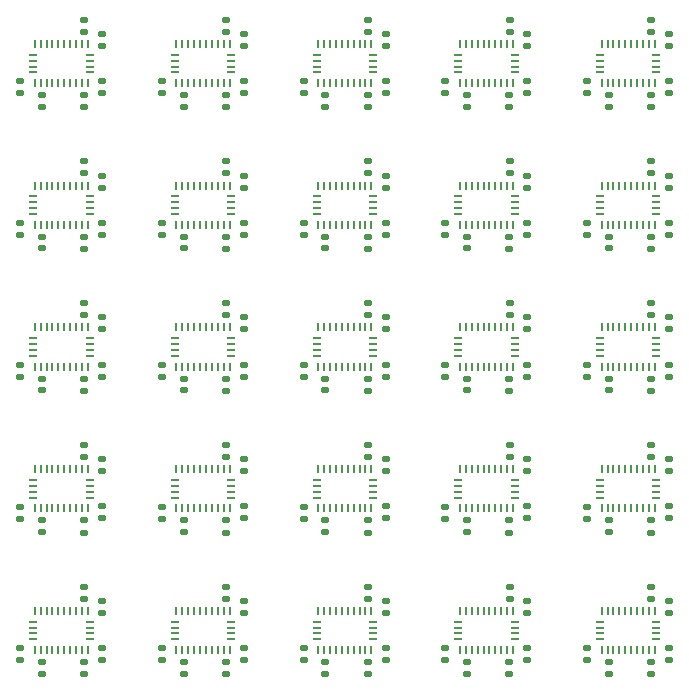
<source format=gtp>
%TF.GenerationSoftware,KiCad,Pcbnew,7.0.5-1.fc38*%
%TF.CreationDate,2023-07-07T14:16:01-04:00*%
%TF.ProjectId,bno085-i2c-board-v3-panel,626e6f30-3835-42d6-9932-632d626f6172,rev?*%
%TF.SameCoordinates,Original*%
%TF.FileFunction,Paste,Top*%
%TF.FilePolarity,Positive*%
%FSLAX46Y46*%
G04 Gerber Fmt 4.6, Leading zero omitted, Abs format (unit mm)*
G04 Created by KiCad (PCBNEW 7.0.5-1.fc38) date 2023-07-07 14:16:01*
%MOMM*%
%LPD*%
G01*
G04 APERTURE LIST*
G04 Aperture macros list*
%AMRoundRect*
0 Rectangle with rounded corners*
0 $1 Rounding radius*
0 $2 $3 $4 $5 $6 $7 $8 $9 X,Y pos of 4 corners*
0 Add a 4 corners polygon primitive as box body*
4,1,4,$2,$3,$4,$5,$6,$7,$8,$9,$2,$3,0*
0 Add four circle primitives for the rounded corners*
1,1,$1+$1,$2,$3*
1,1,$1+$1,$4,$5*
1,1,$1+$1,$6,$7*
1,1,$1+$1,$8,$9*
0 Add four rect primitives between the rounded corners*
20,1,$1+$1,$2,$3,$4,$5,0*
20,1,$1+$1,$4,$5,$6,$7,0*
20,1,$1+$1,$6,$7,$8,$9,0*
20,1,$1+$1,$8,$9,$2,$3,0*%
G04 Aperture macros list end*
%ADD10RoundRect,0.135000X0.185000X-0.135000X0.185000X0.135000X-0.185000X0.135000X-0.185000X-0.135000X0*%
%ADD11RoundRect,0.135000X-0.185000X0.135000X-0.185000X-0.135000X0.185000X-0.135000X0.185000X0.135000X0*%
%ADD12R,0.254000X0.675000*%
%ADD13R,0.675000X0.254000*%
%ADD14RoundRect,0.140000X-0.170000X0.140000X-0.170000X-0.140000X0.170000X-0.140000X0.170000X0.140000X0*%
G04 APERTURE END LIST*
D10*
%TO.C,R1*%
X150445121Y-71707561D03*
X150445121Y-70687561D03*
%TD*%
%TO.C,R1*%
X138445121Y-35707561D03*
X138445121Y-34687561D03*
%TD*%
D11*
%TO.C,R5*%
X127963430Y-53490000D03*
X127963430Y-54510000D03*
%TD*%
D12*
%TO.C,U1*%
X122250000Y-78337500D03*
D13*
X122112500Y-79250000D03*
X122112500Y-79750000D03*
X122112500Y-80250000D03*
X122112500Y-80750000D03*
D12*
X122250000Y-81662500D03*
X122750000Y-81662500D03*
X123250000Y-81662500D03*
X123750000Y-81662500D03*
X124250000Y-81662500D03*
X124750000Y-81662500D03*
X125250000Y-81662500D03*
X125750000Y-81662500D03*
X126250000Y-81662500D03*
X126750000Y-81662500D03*
D13*
X126887500Y-80750000D03*
X126887500Y-80250000D03*
X126887500Y-79750000D03*
X126887500Y-79250000D03*
D12*
X126750000Y-78337500D03*
X126250000Y-78337500D03*
X125750000Y-78337500D03*
X125250000Y-78337500D03*
X124750000Y-78337500D03*
X124250000Y-78337500D03*
X123750000Y-78337500D03*
X123250000Y-78337500D03*
X122750000Y-78337500D03*
%TD*%
D11*
%TO.C,R3*%
X169019054Y-57502703D03*
X169019054Y-58522703D03*
%TD*%
D12*
%TO.C,U1*%
X134250000Y-54337500D03*
D13*
X134112500Y-55250000D03*
X134112500Y-55750000D03*
X134112500Y-56250000D03*
X134112500Y-56750000D03*
D12*
X134250000Y-57662500D03*
X134750000Y-57662500D03*
X135250000Y-57662500D03*
X135750000Y-57662500D03*
X136250000Y-57662500D03*
X136750000Y-57662500D03*
X137250000Y-57662500D03*
X137750000Y-57662500D03*
X138250000Y-57662500D03*
X138750000Y-57662500D03*
D13*
X138887500Y-56750000D03*
X138887500Y-56250000D03*
X138887500Y-55750000D03*
X138887500Y-55250000D03*
D12*
X138750000Y-54337500D03*
X138250000Y-54337500D03*
X137750000Y-54337500D03*
X137250000Y-54337500D03*
X136750000Y-54337500D03*
X136250000Y-54337500D03*
X135750000Y-54337500D03*
X135250000Y-54337500D03*
X134750000Y-54337500D03*
%TD*%
D11*
%TO.C,R5*%
X139963430Y-41490000D03*
X139963430Y-42510000D03*
%TD*%
D10*
%TO.C,R1*%
X126445121Y-35707561D03*
X126445121Y-34687561D03*
%TD*%
%TO.C,R1*%
X174445121Y-59707561D03*
X174445121Y-58687561D03*
%TD*%
D11*
%TO.C,R3*%
X157019054Y-45502703D03*
X157019054Y-46522703D03*
%TD*%
%TO.C,R3*%
X169019054Y-45502703D03*
X169019054Y-46522703D03*
%TD*%
D12*
%TO.C,U1*%
X170250000Y-42337500D03*
D13*
X170112500Y-43250000D03*
X170112500Y-43750000D03*
X170112500Y-44250000D03*
X170112500Y-44750000D03*
D12*
X170250000Y-45662500D03*
X170750000Y-45662500D03*
X171250000Y-45662500D03*
X171750000Y-45662500D03*
X172250000Y-45662500D03*
X172750000Y-45662500D03*
X173250000Y-45662500D03*
X173750000Y-45662500D03*
X174250000Y-45662500D03*
X174750000Y-45662500D03*
D13*
X174887500Y-44750000D03*
X174887500Y-44250000D03*
X174887500Y-43750000D03*
X174887500Y-43250000D03*
D12*
X174750000Y-42337500D03*
X174250000Y-42337500D03*
X173750000Y-42337500D03*
X173250000Y-42337500D03*
X172750000Y-42337500D03*
X172250000Y-42337500D03*
X171750000Y-42337500D03*
X171250000Y-42337500D03*
X170750000Y-42337500D03*
%TD*%
D10*
%TO.C,R4*%
X162452362Y-77306026D03*
X162452362Y-76286026D03*
%TD*%
D14*
%TO.C,C1*%
X146866101Y-82686347D03*
X146866101Y-83646347D03*
%TD*%
D12*
%TO.C,U1*%
X134250000Y-42337500D03*
D13*
X134112500Y-43250000D03*
X134112500Y-43750000D03*
X134112500Y-44250000D03*
X134112500Y-44750000D03*
D12*
X134250000Y-45662500D03*
X134750000Y-45662500D03*
X135250000Y-45662500D03*
X135750000Y-45662500D03*
X136250000Y-45662500D03*
X136750000Y-45662500D03*
X137250000Y-45662500D03*
X137750000Y-45662500D03*
X138250000Y-45662500D03*
X138750000Y-45662500D03*
D13*
X138887500Y-44750000D03*
X138887500Y-44250000D03*
X138887500Y-43750000D03*
X138887500Y-43250000D03*
D12*
X138750000Y-42337500D03*
X138250000Y-42337500D03*
X137750000Y-42337500D03*
X137250000Y-42337500D03*
X136750000Y-42337500D03*
X136250000Y-42337500D03*
X135750000Y-42337500D03*
X135250000Y-42337500D03*
X134750000Y-42337500D03*
%TD*%
D10*
%TO.C,R4*%
X174452362Y-77306026D03*
X174452362Y-76286026D03*
%TD*%
D12*
%TO.C,U1*%
X158250000Y-78337500D03*
D13*
X158112500Y-79250000D03*
X158112500Y-79750000D03*
X158112500Y-80250000D03*
X158112500Y-80750000D03*
D12*
X158250000Y-81662500D03*
X158750000Y-81662500D03*
X159250000Y-81662500D03*
X159750000Y-81662500D03*
X160250000Y-81662500D03*
X160750000Y-81662500D03*
X161250000Y-81662500D03*
X161750000Y-81662500D03*
X162250000Y-81662500D03*
X162750000Y-81662500D03*
D13*
X162887500Y-80750000D03*
X162887500Y-80250000D03*
X162887500Y-79750000D03*
X162887500Y-79250000D03*
D12*
X162750000Y-78337500D03*
X162250000Y-78337500D03*
X161750000Y-78337500D03*
X161250000Y-78337500D03*
X160750000Y-78337500D03*
X160250000Y-78337500D03*
X159750000Y-78337500D03*
X159250000Y-78337500D03*
X158750000Y-78337500D03*
%TD*%
D10*
%TO.C,R4*%
X138452362Y-29306026D03*
X138452362Y-28286026D03*
%TD*%
D14*
%TO.C,C1*%
X158866101Y-46686347D03*
X158866101Y-47646347D03*
%TD*%
D10*
%TO.C,R1*%
X150445121Y-47707561D03*
X150445121Y-46687561D03*
%TD*%
D11*
%TO.C,R2*%
X163957740Y-69481381D03*
X163957740Y-70501381D03*
%TD*%
%TO.C,R2*%
X163957740Y-57481381D03*
X163957740Y-58501381D03*
%TD*%
D10*
%TO.C,R1*%
X150445121Y-35707561D03*
X150445121Y-34687561D03*
%TD*%
D14*
%TO.C,C1*%
X122866101Y-46686347D03*
X122866101Y-47646347D03*
%TD*%
D10*
%TO.C,R1*%
X150445121Y-59707561D03*
X150445121Y-58687561D03*
%TD*%
%TO.C,R1*%
X138445121Y-59707561D03*
X138445121Y-58687561D03*
%TD*%
D11*
%TO.C,R3*%
X145019054Y-45502703D03*
X145019054Y-46522703D03*
%TD*%
%TO.C,R5*%
X163963430Y-65490000D03*
X163963430Y-66510000D03*
%TD*%
D10*
%TO.C,R1*%
X162445121Y-35707561D03*
X162445121Y-34687561D03*
%TD*%
D11*
%TO.C,R2*%
X175957740Y-57481381D03*
X175957740Y-58501381D03*
%TD*%
D12*
%TO.C,U1*%
X122250000Y-54337500D03*
D13*
X122112500Y-55250000D03*
X122112500Y-55750000D03*
X122112500Y-56250000D03*
X122112500Y-56750000D03*
D12*
X122250000Y-57662500D03*
X122750000Y-57662500D03*
X123250000Y-57662500D03*
X123750000Y-57662500D03*
X124250000Y-57662500D03*
X124750000Y-57662500D03*
X125250000Y-57662500D03*
X125750000Y-57662500D03*
X126250000Y-57662500D03*
X126750000Y-57662500D03*
D13*
X126887500Y-56750000D03*
X126887500Y-56250000D03*
X126887500Y-55750000D03*
X126887500Y-55250000D03*
D12*
X126750000Y-54337500D03*
X126250000Y-54337500D03*
X125750000Y-54337500D03*
X125250000Y-54337500D03*
X124750000Y-54337500D03*
X124250000Y-54337500D03*
X123750000Y-54337500D03*
X123250000Y-54337500D03*
X122750000Y-54337500D03*
%TD*%
D10*
%TO.C,R1*%
X174445121Y-71707561D03*
X174445121Y-70687561D03*
%TD*%
D11*
%TO.C,R5*%
X175963430Y-77490000D03*
X175963430Y-78510000D03*
%TD*%
D12*
%TO.C,U1*%
X158250000Y-66337500D03*
D13*
X158112500Y-67250000D03*
X158112500Y-67750000D03*
X158112500Y-68250000D03*
X158112500Y-68750000D03*
D12*
X158250000Y-69662500D03*
X158750000Y-69662500D03*
X159250000Y-69662500D03*
X159750000Y-69662500D03*
X160250000Y-69662500D03*
X160750000Y-69662500D03*
X161250000Y-69662500D03*
X161750000Y-69662500D03*
X162250000Y-69662500D03*
X162750000Y-69662500D03*
D13*
X162887500Y-68750000D03*
X162887500Y-68250000D03*
X162887500Y-67750000D03*
X162887500Y-67250000D03*
D12*
X162750000Y-66337500D03*
X162250000Y-66337500D03*
X161750000Y-66337500D03*
X161250000Y-66337500D03*
X160750000Y-66337500D03*
X160250000Y-66337500D03*
X159750000Y-66337500D03*
X159250000Y-66337500D03*
X158750000Y-66337500D03*
%TD*%
D11*
%TO.C,R2*%
X175957740Y-33481381D03*
X175957740Y-34501381D03*
%TD*%
%TO.C,R2*%
X151957740Y-81481381D03*
X151957740Y-82501381D03*
%TD*%
D10*
%TO.C,R4*%
X150452362Y-77306026D03*
X150452362Y-76286026D03*
%TD*%
D11*
%TO.C,R3*%
X145019054Y-81502703D03*
X145019054Y-82522703D03*
%TD*%
D14*
%TO.C,C1*%
X158866101Y-58686347D03*
X158866101Y-59646347D03*
%TD*%
D12*
%TO.C,U1*%
X170250000Y-30337500D03*
D13*
X170112500Y-31250000D03*
X170112500Y-31750000D03*
X170112500Y-32250000D03*
X170112500Y-32750000D03*
D12*
X170250000Y-33662500D03*
X170750000Y-33662500D03*
X171250000Y-33662500D03*
X171750000Y-33662500D03*
X172250000Y-33662500D03*
X172750000Y-33662500D03*
X173250000Y-33662500D03*
X173750000Y-33662500D03*
X174250000Y-33662500D03*
X174750000Y-33662500D03*
D13*
X174887500Y-32750000D03*
X174887500Y-32250000D03*
X174887500Y-31750000D03*
X174887500Y-31250000D03*
D12*
X174750000Y-30337500D03*
X174250000Y-30337500D03*
X173750000Y-30337500D03*
X173250000Y-30337500D03*
X172750000Y-30337500D03*
X172250000Y-30337500D03*
X171750000Y-30337500D03*
X171250000Y-30337500D03*
X170750000Y-30337500D03*
%TD*%
D11*
%TO.C,R5*%
X127963430Y-65490000D03*
X127963430Y-66510000D03*
%TD*%
%TO.C,R5*%
X175963430Y-65490000D03*
X175963430Y-66510000D03*
%TD*%
%TO.C,R3*%
X133019054Y-57502703D03*
X133019054Y-58522703D03*
%TD*%
%TO.C,R5*%
X151963430Y-53490000D03*
X151963430Y-54510000D03*
%TD*%
%TO.C,R2*%
X127957740Y-57481381D03*
X127957740Y-58501381D03*
%TD*%
D10*
%TO.C,R4*%
X162452362Y-53306026D03*
X162452362Y-52286026D03*
%TD*%
D12*
%TO.C,U1*%
X146250000Y-66337500D03*
D13*
X146112500Y-67250000D03*
X146112500Y-67750000D03*
X146112500Y-68250000D03*
X146112500Y-68750000D03*
D12*
X146250000Y-69662500D03*
X146750000Y-69662500D03*
X147250000Y-69662500D03*
X147750000Y-69662500D03*
X148250000Y-69662500D03*
X148750000Y-69662500D03*
X149250000Y-69662500D03*
X149750000Y-69662500D03*
X150250000Y-69662500D03*
X150750000Y-69662500D03*
D13*
X150887500Y-68750000D03*
X150887500Y-68250000D03*
X150887500Y-67750000D03*
X150887500Y-67250000D03*
D12*
X150750000Y-66337500D03*
X150250000Y-66337500D03*
X149750000Y-66337500D03*
X149250000Y-66337500D03*
X148750000Y-66337500D03*
X148250000Y-66337500D03*
X147750000Y-66337500D03*
X147250000Y-66337500D03*
X146750000Y-66337500D03*
%TD*%
%TO.C,U1*%
X158250000Y-54337500D03*
D13*
X158112500Y-55250000D03*
X158112500Y-55750000D03*
X158112500Y-56250000D03*
X158112500Y-56750000D03*
D12*
X158250000Y-57662500D03*
X158750000Y-57662500D03*
X159250000Y-57662500D03*
X159750000Y-57662500D03*
X160250000Y-57662500D03*
X160750000Y-57662500D03*
X161250000Y-57662500D03*
X161750000Y-57662500D03*
X162250000Y-57662500D03*
X162750000Y-57662500D03*
D13*
X162887500Y-56750000D03*
X162887500Y-56250000D03*
X162887500Y-55750000D03*
X162887500Y-55250000D03*
D12*
X162750000Y-54337500D03*
X162250000Y-54337500D03*
X161750000Y-54337500D03*
X161250000Y-54337500D03*
X160750000Y-54337500D03*
X160250000Y-54337500D03*
X159750000Y-54337500D03*
X159250000Y-54337500D03*
X158750000Y-54337500D03*
%TD*%
D10*
%TO.C,R4*%
X162452362Y-41306026D03*
X162452362Y-40286026D03*
%TD*%
D11*
%TO.C,R2*%
X163957740Y-81481381D03*
X163957740Y-82501381D03*
%TD*%
D10*
%TO.C,R4*%
X162452362Y-65306026D03*
X162452362Y-64286026D03*
%TD*%
D11*
%TO.C,R2*%
X175957740Y-81481381D03*
X175957740Y-82501381D03*
%TD*%
D12*
%TO.C,U1*%
X158250000Y-42337500D03*
D13*
X158112500Y-43250000D03*
X158112500Y-43750000D03*
X158112500Y-44250000D03*
X158112500Y-44750000D03*
D12*
X158250000Y-45662500D03*
X158750000Y-45662500D03*
X159250000Y-45662500D03*
X159750000Y-45662500D03*
X160250000Y-45662500D03*
X160750000Y-45662500D03*
X161250000Y-45662500D03*
X161750000Y-45662500D03*
X162250000Y-45662500D03*
X162750000Y-45662500D03*
D13*
X162887500Y-44750000D03*
X162887500Y-44250000D03*
X162887500Y-43750000D03*
X162887500Y-43250000D03*
D12*
X162750000Y-42337500D03*
X162250000Y-42337500D03*
X161750000Y-42337500D03*
X161250000Y-42337500D03*
X160750000Y-42337500D03*
X160250000Y-42337500D03*
X159750000Y-42337500D03*
X159250000Y-42337500D03*
X158750000Y-42337500D03*
%TD*%
D10*
%TO.C,R1*%
X162445121Y-71707561D03*
X162445121Y-70687561D03*
%TD*%
D11*
%TO.C,R3*%
X133019054Y-69502703D03*
X133019054Y-70522703D03*
%TD*%
%TO.C,R5*%
X175963430Y-29490000D03*
X175963430Y-30510000D03*
%TD*%
D10*
%TO.C,R1*%
X174445121Y-35707561D03*
X174445121Y-34687561D03*
%TD*%
D11*
%TO.C,R5*%
X139963430Y-65490000D03*
X139963430Y-66510000D03*
%TD*%
%TO.C,R2*%
X151957740Y-69481381D03*
X151957740Y-70501381D03*
%TD*%
D12*
%TO.C,U1*%
X134250000Y-66337500D03*
D13*
X134112500Y-67250000D03*
X134112500Y-67750000D03*
X134112500Y-68250000D03*
X134112500Y-68750000D03*
D12*
X134250000Y-69662500D03*
X134750000Y-69662500D03*
X135250000Y-69662500D03*
X135750000Y-69662500D03*
X136250000Y-69662500D03*
X136750000Y-69662500D03*
X137250000Y-69662500D03*
X137750000Y-69662500D03*
X138250000Y-69662500D03*
X138750000Y-69662500D03*
D13*
X138887500Y-68750000D03*
X138887500Y-68250000D03*
X138887500Y-67750000D03*
X138887500Y-67250000D03*
D12*
X138750000Y-66337500D03*
X138250000Y-66337500D03*
X137750000Y-66337500D03*
X137250000Y-66337500D03*
X136750000Y-66337500D03*
X136250000Y-66337500D03*
X135750000Y-66337500D03*
X135250000Y-66337500D03*
X134750000Y-66337500D03*
%TD*%
D10*
%TO.C,R1*%
X162445121Y-59707561D03*
X162445121Y-58687561D03*
%TD*%
%TO.C,R4*%
X162452362Y-29306026D03*
X162452362Y-28286026D03*
%TD*%
%TO.C,R4*%
X174452362Y-53306026D03*
X174452362Y-52286026D03*
%TD*%
%TO.C,R4*%
X126452362Y-53306026D03*
X126452362Y-52286026D03*
%TD*%
%TO.C,R1*%
X138445121Y-71707561D03*
X138445121Y-70687561D03*
%TD*%
D12*
%TO.C,U1*%
X146250000Y-42337500D03*
D13*
X146112500Y-43250000D03*
X146112500Y-43750000D03*
X146112500Y-44250000D03*
X146112500Y-44750000D03*
D12*
X146250000Y-45662500D03*
X146750000Y-45662500D03*
X147250000Y-45662500D03*
X147750000Y-45662500D03*
X148250000Y-45662500D03*
X148750000Y-45662500D03*
X149250000Y-45662500D03*
X149750000Y-45662500D03*
X150250000Y-45662500D03*
X150750000Y-45662500D03*
D13*
X150887500Y-44750000D03*
X150887500Y-44250000D03*
X150887500Y-43750000D03*
X150887500Y-43250000D03*
D12*
X150750000Y-42337500D03*
X150250000Y-42337500D03*
X149750000Y-42337500D03*
X149250000Y-42337500D03*
X148750000Y-42337500D03*
X148250000Y-42337500D03*
X147750000Y-42337500D03*
X147250000Y-42337500D03*
X146750000Y-42337500D03*
%TD*%
D10*
%TO.C,R4*%
X150452362Y-41306026D03*
X150452362Y-40286026D03*
%TD*%
D11*
%TO.C,R3*%
X157019054Y-69502703D03*
X157019054Y-70522703D03*
%TD*%
D12*
%TO.C,U1*%
X146250000Y-30337500D03*
D13*
X146112500Y-31250000D03*
X146112500Y-31750000D03*
X146112500Y-32250000D03*
X146112500Y-32750000D03*
D12*
X146250000Y-33662500D03*
X146750000Y-33662500D03*
X147250000Y-33662500D03*
X147750000Y-33662500D03*
X148250000Y-33662500D03*
X148750000Y-33662500D03*
X149250000Y-33662500D03*
X149750000Y-33662500D03*
X150250000Y-33662500D03*
X150750000Y-33662500D03*
D13*
X150887500Y-32750000D03*
X150887500Y-32250000D03*
X150887500Y-31750000D03*
X150887500Y-31250000D03*
D12*
X150750000Y-30337500D03*
X150250000Y-30337500D03*
X149750000Y-30337500D03*
X149250000Y-30337500D03*
X148750000Y-30337500D03*
X148250000Y-30337500D03*
X147750000Y-30337500D03*
X147250000Y-30337500D03*
X146750000Y-30337500D03*
%TD*%
%TO.C,U1*%
X170250000Y-78337500D03*
D13*
X170112500Y-79250000D03*
X170112500Y-79750000D03*
X170112500Y-80250000D03*
X170112500Y-80750000D03*
D12*
X170250000Y-81662500D03*
X170750000Y-81662500D03*
X171250000Y-81662500D03*
X171750000Y-81662500D03*
X172250000Y-81662500D03*
X172750000Y-81662500D03*
X173250000Y-81662500D03*
X173750000Y-81662500D03*
X174250000Y-81662500D03*
X174750000Y-81662500D03*
D13*
X174887500Y-80750000D03*
X174887500Y-80250000D03*
X174887500Y-79750000D03*
X174887500Y-79250000D03*
D12*
X174750000Y-78337500D03*
X174250000Y-78337500D03*
X173750000Y-78337500D03*
X173250000Y-78337500D03*
X172750000Y-78337500D03*
X172250000Y-78337500D03*
X171750000Y-78337500D03*
X171250000Y-78337500D03*
X170750000Y-78337500D03*
%TD*%
D11*
%TO.C,R3*%
X157019054Y-81502703D03*
X157019054Y-82522703D03*
%TD*%
%TO.C,R3*%
X121019054Y-81502703D03*
X121019054Y-82522703D03*
%TD*%
D10*
%TO.C,R1*%
X126445121Y-59707561D03*
X126445121Y-58687561D03*
%TD*%
D11*
%TO.C,R3*%
X157019054Y-33502703D03*
X157019054Y-34522703D03*
%TD*%
%TO.C,R3*%
X145019054Y-33502703D03*
X145019054Y-34522703D03*
%TD*%
%TO.C,R3*%
X121019054Y-57502703D03*
X121019054Y-58522703D03*
%TD*%
D12*
%TO.C,U1*%
X146250000Y-54337500D03*
D13*
X146112500Y-55250000D03*
X146112500Y-55750000D03*
X146112500Y-56250000D03*
X146112500Y-56750000D03*
D12*
X146250000Y-57662500D03*
X146750000Y-57662500D03*
X147250000Y-57662500D03*
X147750000Y-57662500D03*
X148250000Y-57662500D03*
X148750000Y-57662500D03*
X149250000Y-57662500D03*
X149750000Y-57662500D03*
X150250000Y-57662500D03*
X150750000Y-57662500D03*
D13*
X150887500Y-56750000D03*
X150887500Y-56250000D03*
X150887500Y-55750000D03*
X150887500Y-55250000D03*
D12*
X150750000Y-54337500D03*
X150250000Y-54337500D03*
X149750000Y-54337500D03*
X149250000Y-54337500D03*
X148750000Y-54337500D03*
X148250000Y-54337500D03*
X147750000Y-54337500D03*
X147250000Y-54337500D03*
X146750000Y-54337500D03*
%TD*%
D14*
%TO.C,C1*%
X134866101Y-46686347D03*
X134866101Y-47646347D03*
%TD*%
%TO.C,C1*%
X134866101Y-58686347D03*
X134866101Y-59646347D03*
%TD*%
%TO.C,C1*%
X122866101Y-82686347D03*
X122866101Y-83646347D03*
%TD*%
D11*
%TO.C,R3*%
X121019054Y-45502703D03*
X121019054Y-46522703D03*
%TD*%
D12*
%TO.C,U1*%
X134250000Y-78337500D03*
D13*
X134112500Y-79250000D03*
X134112500Y-79750000D03*
X134112500Y-80250000D03*
X134112500Y-80750000D03*
D12*
X134250000Y-81662500D03*
X134750000Y-81662500D03*
X135250000Y-81662500D03*
X135750000Y-81662500D03*
X136250000Y-81662500D03*
X136750000Y-81662500D03*
X137250000Y-81662500D03*
X137750000Y-81662500D03*
X138250000Y-81662500D03*
X138750000Y-81662500D03*
D13*
X138887500Y-80750000D03*
X138887500Y-80250000D03*
X138887500Y-79750000D03*
X138887500Y-79250000D03*
D12*
X138750000Y-78337500D03*
X138250000Y-78337500D03*
X137750000Y-78337500D03*
X137250000Y-78337500D03*
X136750000Y-78337500D03*
X136250000Y-78337500D03*
X135750000Y-78337500D03*
X135250000Y-78337500D03*
X134750000Y-78337500D03*
%TD*%
D11*
%TO.C,R3*%
X169019054Y-33502703D03*
X169019054Y-34522703D03*
%TD*%
D14*
%TO.C,C1*%
X134866101Y-82686347D03*
X134866101Y-83646347D03*
%TD*%
D11*
%TO.C,R3*%
X169019054Y-81502703D03*
X169019054Y-82522703D03*
%TD*%
%TO.C,R2*%
X163957740Y-33481381D03*
X163957740Y-34501381D03*
%TD*%
D12*
%TO.C,U1*%
X122250000Y-66337500D03*
D13*
X122112500Y-67250000D03*
X122112500Y-67750000D03*
X122112500Y-68250000D03*
X122112500Y-68750000D03*
D12*
X122250000Y-69662500D03*
X122750000Y-69662500D03*
X123250000Y-69662500D03*
X123750000Y-69662500D03*
X124250000Y-69662500D03*
X124750000Y-69662500D03*
X125250000Y-69662500D03*
X125750000Y-69662500D03*
X126250000Y-69662500D03*
X126750000Y-69662500D03*
D13*
X126887500Y-68750000D03*
X126887500Y-68250000D03*
X126887500Y-67750000D03*
X126887500Y-67250000D03*
D12*
X126750000Y-66337500D03*
X126250000Y-66337500D03*
X125750000Y-66337500D03*
X125250000Y-66337500D03*
X124750000Y-66337500D03*
X124250000Y-66337500D03*
X123750000Y-66337500D03*
X123250000Y-66337500D03*
X122750000Y-66337500D03*
%TD*%
D10*
%TO.C,R1*%
X126445121Y-47707561D03*
X126445121Y-46687561D03*
%TD*%
%TO.C,R1*%
X162445121Y-83707561D03*
X162445121Y-82687561D03*
%TD*%
D11*
%TO.C,R2*%
X151957740Y-57481381D03*
X151957740Y-58501381D03*
%TD*%
D10*
%TO.C,R4*%
X138452362Y-41306026D03*
X138452362Y-40286026D03*
%TD*%
%TO.C,R4*%
X150452362Y-29306026D03*
X150452362Y-28286026D03*
%TD*%
D14*
%TO.C,C1*%
X146866101Y-34686347D03*
X146866101Y-35646347D03*
%TD*%
D10*
%TO.C,R4*%
X138452362Y-77306026D03*
X138452362Y-76286026D03*
%TD*%
D11*
%TO.C,R5*%
X151963430Y-29490000D03*
X151963430Y-30510000D03*
%TD*%
D12*
%TO.C,U1*%
X170250000Y-66337500D03*
D13*
X170112500Y-67250000D03*
X170112500Y-67750000D03*
X170112500Y-68250000D03*
X170112500Y-68750000D03*
D12*
X170250000Y-69662500D03*
X170750000Y-69662500D03*
X171250000Y-69662500D03*
X171750000Y-69662500D03*
X172250000Y-69662500D03*
X172750000Y-69662500D03*
X173250000Y-69662500D03*
X173750000Y-69662500D03*
X174250000Y-69662500D03*
X174750000Y-69662500D03*
D13*
X174887500Y-68750000D03*
X174887500Y-68250000D03*
X174887500Y-67750000D03*
X174887500Y-67250000D03*
D12*
X174750000Y-66337500D03*
X174250000Y-66337500D03*
X173750000Y-66337500D03*
X173250000Y-66337500D03*
X172750000Y-66337500D03*
X172250000Y-66337500D03*
X171750000Y-66337500D03*
X171250000Y-66337500D03*
X170750000Y-66337500D03*
%TD*%
D11*
%TO.C,R5*%
X175963430Y-41490000D03*
X175963430Y-42510000D03*
%TD*%
%TO.C,R5*%
X151963430Y-77490000D03*
X151963430Y-78510000D03*
%TD*%
D12*
%TO.C,U1*%
X122250000Y-30337500D03*
D13*
X122112500Y-31250000D03*
X122112500Y-31750000D03*
X122112500Y-32250000D03*
X122112500Y-32750000D03*
D12*
X122250000Y-33662500D03*
X122750000Y-33662500D03*
X123250000Y-33662500D03*
X123750000Y-33662500D03*
X124250000Y-33662500D03*
X124750000Y-33662500D03*
X125250000Y-33662500D03*
X125750000Y-33662500D03*
X126250000Y-33662500D03*
X126750000Y-33662500D03*
D13*
X126887500Y-32750000D03*
X126887500Y-32250000D03*
X126887500Y-31750000D03*
X126887500Y-31250000D03*
D12*
X126750000Y-30337500D03*
X126250000Y-30337500D03*
X125750000Y-30337500D03*
X125250000Y-30337500D03*
X124750000Y-30337500D03*
X124250000Y-30337500D03*
X123750000Y-30337500D03*
X123250000Y-30337500D03*
X122750000Y-30337500D03*
%TD*%
D11*
%TO.C,R5*%
X127963430Y-41490000D03*
X127963430Y-42510000D03*
%TD*%
%TO.C,R2*%
X175957740Y-69481381D03*
X175957740Y-70501381D03*
%TD*%
D14*
%TO.C,C1*%
X158866101Y-34686347D03*
X158866101Y-35646347D03*
%TD*%
D12*
%TO.C,U1*%
X146250000Y-78337500D03*
D13*
X146112500Y-79250000D03*
X146112500Y-79750000D03*
X146112500Y-80250000D03*
X146112500Y-80750000D03*
D12*
X146250000Y-81662500D03*
X146750000Y-81662500D03*
X147250000Y-81662500D03*
X147750000Y-81662500D03*
X148250000Y-81662500D03*
X148750000Y-81662500D03*
X149250000Y-81662500D03*
X149750000Y-81662500D03*
X150250000Y-81662500D03*
X150750000Y-81662500D03*
D13*
X150887500Y-80750000D03*
X150887500Y-80250000D03*
X150887500Y-79750000D03*
X150887500Y-79250000D03*
D12*
X150750000Y-78337500D03*
X150250000Y-78337500D03*
X149750000Y-78337500D03*
X149250000Y-78337500D03*
X148750000Y-78337500D03*
X148250000Y-78337500D03*
X147750000Y-78337500D03*
X147250000Y-78337500D03*
X146750000Y-78337500D03*
%TD*%
D11*
%TO.C,R3*%
X133019054Y-33502703D03*
X133019054Y-34522703D03*
%TD*%
D14*
%TO.C,C1*%
X146866101Y-46686347D03*
X146866101Y-47646347D03*
%TD*%
D10*
%TO.C,R4*%
X138452362Y-65306026D03*
X138452362Y-64286026D03*
%TD*%
D11*
%TO.C,R2*%
X163957740Y-45481381D03*
X163957740Y-46501381D03*
%TD*%
D10*
%TO.C,R4*%
X126452362Y-77306026D03*
X126452362Y-76286026D03*
%TD*%
D11*
%TO.C,R2*%
X127957740Y-81481381D03*
X127957740Y-82501381D03*
%TD*%
D12*
%TO.C,U1*%
X170250000Y-54337500D03*
D13*
X170112500Y-55250000D03*
X170112500Y-55750000D03*
X170112500Y-56250000D03*
X170112500Y-56750000D03*
D12*
X170250000Y-57662500D03*
X170750000Y-57662500D03*
X171250000Y-57662500D03*
X171750000Y-57662500D03*
X172250000Y-57662500D03*
X172750000Y-57662500D03*
X173250000Y-57662500D03*
X173750000Y-57662500D03*
X174250000Y-57662500D03*
X174750000Y-57662500D03*
D13*
X174887500Y-56750000D03*
X174887500Y-56250000D03*
X174887500Y-55750000D03*
X174887500Y-55250000D03*
D12*
X174750000Y-54337500D03*
X174250000Y-54337500D03*
X173750000Y-54337500D03*
X173250000Y-54337500D03*
X172750000Y-54337500D03*
X172250000Y-54337500D03*
X171750000Y-54337500D03*
X171250000Y-54337500D03*
X170750000Y-54337500D03*
%TD*%
D10*
%TO.C,R1*%
X174445121Y-83707561D03*
X174445121Y-82687561D03*
%TD*%
D11*
%TO.C,R5*%
X163963430Y-77490000D03*
X163963430Y-78510000D03*
%TD*%
D10*
%TO.C,R4*%
X126452362Y-41306026D03*
X126452362Y-40286026D03*
%TD*%
D14*
%TO.C,C1*%
X170866101Y-70686347D03*
X170866101Y-71646347D03*
%TD*%
D10*
%TO.C,R4*%
X174452362Y-41306026D03*
X174452362Y-40286026D03*
%TD*%
D11*
%TO.C,R3*%
X157019054Y-57502703D03*
X157019054Y-58522703D03*
%TD*%
%TO.C,R2*%
X139957740Y-81481381D03*
X139957740Y-82501381D03*
%TD*%
D10*
%TO.C,R4*%
X126452362Y-65306026D03*
X126452362Y-64286026D03*
%TD*%
D11*
%TO.C,R2*%
X139957740Y-45481381D03*
X139957740Y-46501381D03*
%TD*%
%TO.C,R2*%
X127957740Y-45481381D03*
X127957740Y-46501381D03*
%TD*%
%TO.C,R5*%
X151963430Y-65490000D03*
X151963430Y-66510000D03*
%TD*%
%TO.C,R3*%
X145019054Y-69502703D03*
X145019054Y-70522703D03*
%TD*%
%TO.C,R2*%
X151957740Y-45481381D03*
X151957740Y-46501381D03*
%TD*%
%TO.C,R5*%
X139963430Y-29490000D03*
X139963430Y-30510000D03*
%TD*%
D14*
%TO.C,C1*%
X170866101Y-58686347D03*
X170866101Y-59646347D03*
%TD*%
D11*
%TO.C,R3*%
X145019054Y-57502703D03*
X145019054Y-58522703D03*
%TD*%
D10*
%TO.C,R1*%
X174445121Y-47707561D03*
X174445121Y-46687561D03*
%TD*%
%TO.C,R1*%
X150445121Y-83707561D03*
X150445121Y-82687561D03*
%TD*%
D14*
%TO.C,C1*%
X134866101Y-70686347D03*
X134866101Y-71646347D03*
%TD*%
%TO.C,C1*%
X170866101Y-82686347D03*
X170866101Y-83646347D03*
%TD*%
D11*
%TO.C,R2*%
X139957740Y-33481381D03*
X139957740Y-34501381D03*
%TD*%
%TO.C,R5*%
X175963430Y-53490000D03*
X175963430Y-54510000D03*
%TD*%
D10*
%TO.C,R4*%
X150452362Y-65306026D03*
X150452362Y-64286026D03*
%TD*%
D14*
%TO.C,C1*%
X170866101Y-46686347D03*
X170866101Y-47646347D03*
%TD*%
D11*
%TO.C,R3*%
X133019054Y-81502703D03*
X133019054Y-82522703D03*
%TD*%
D12*
%TO.C,U1*%
X122250000Y-42337500D03*
D13*
X122112500Y-43250000D03*
X122112500Y-43750000D03*
X122112500Y-44250000D03*
X122112500Y-44750000D03*
D12*
X122250000Y-45662500D03*
X122750000Y-45662500D03*
X123250000Y-45662500D03*
X123750000Y-45662500D03*
X124250000Y-45662500D03*
X124750000Y-45662500D03*
X125250000Y-45662500D03*
X125750000Y-45662500D03*
X126250000Y-45662500D03*
X126750000Y-45662500D03*
D13*
X126887500Y-44750000D03*
X126887500Y-44250000D03*
X126887500Y-43750000D03*
X126887500Y-43250000D03*
D12*
X126750000Y-42337500D03*
X126250000Y-42337500D03*
X125750000Y-42337500D03*
X125250000Y-42337500D03*
X124750000Y-42337500D03*
X124250000Y-42337500D03*
X123750000Y-42337500D03*
X123250000Y-42337500D03*
X122750000Y-42337500D03*
%TD*%
D10*
%TO.C,R1*%
X126445121Y-83707561D03*
X126445121Y-82687561D03*
%TD*%
D11*
%TO.C,R5*%
X163963430Y-53490000D03*
X163963430Y-54510000D03*
%TD*%
D14*
%TO.C,C1*%
X158866101Y-70686347D03*
X158866101Y-71646347D03*
%TD*%
%TO.C,C1*%
X122866101Y-58686347D03*
X122866101Y-59646347D03*
%TD*%
%TO.C,C1*%
X170866101Y-34686347D03*
X170866101Y-35646347D03*
%TD*%
D11*
%TO.C,R3*%
X169019054Y-69502703D03*
X169019054Y-70522703D03*
%TD*%
%TO.C,R2*%
X175957740Y-45481381D03*
X175957740Y-46501381D03*
%TD*%
D14*
%TO.C,C1*%
X122866101Y-70686347D03*
X122866101Y-71646347D03*
%TD*%
D12*
%TO.C,U1*%
X158250000Y-30337500D03*
D13*
X158112500Y-31250000D03*
X158112500Y-31750000D03*
X158112500Y-32250000D03*
X158112500Y-32750000D03*
D12*
X158250000Y-33662500D03*
X158750000Y-33662500D03*
X159250000Y-33662500D03*
X159750000Y-33662500D03*
X160250000Y-33662500D03*
X160750000Y-33662500D03*
X161250000Y-33662500D03*
X161750000Y-33662500D03*
X162250000Y-33662500D03*
X162750000Y-33662500D03*
D13*
X162887500Y-32750000D03*
X162887500Y-32250000D03*
X162887500Y-31750000D03*
X162887500Y-31250000D03*
D12*
X162750000Y-30337500D03*
X162250000Y-30337500D03*
X161750000Y-30337500D03*
X161250000Y-30337500D03*
X160750000Y-30337500D03*
X160250000Y-30337500D03*
X159750000Y-30337500D03*
X159250000Y-30337500D03*
X158750000Y-30337500D03*
%TD*%
D10*
%TO.C,R1*%
X162445121Y-47707561D03*
X162445121Y-46687561D03*
%TD*%
D11*
%TO.C,R3*%
X121019054Y-69502703D03*
X121019054Y-70522703D03*
%TD*%
%TO.C,R2*%
X151957740Y-33481381D03*
X151957740Y-34501381D03*
%TD*%
D10*
%TO.C,R1*%
X126445121Y-71707561D03*
X126445121Y-70687561D03*
%TD*%
D11*
%TO.C,R5*%
X163963430Y-29490000D03*
X163963430Y-30510000D03*
%TD*%
%TO.C,R5*%
X139963430Y-77490000D03*
X139963430Y-78510000D03*
%TD*%
D14*
%TO.C,C1*%
X158866101Y-82686347D03*
X158866101Y-83646347D03*
%TD*%
D11*
%TO.C,R5*%
X127963430Y-77490000D03*
X127963430Y-78510000D03*
%TD*%
D14*
%TO.C,C1*%
X146866101Y-58686347D03*
X146866101Y-59646347D03*
%TD*%
D10*
%TO.C,R1*%
X138445121Y-47707561D03*
X138445121Y-46687561D03*
%TD*%
D11*
%TO.C,R5*%
X139963430Y-53490000D03*
X139963430Y-54510000D03*
%TD*%
D10*
%TO.C,R4*%
X174452362Y-65306026D03*
X174452362Y-64286026D03*
%TD*%
D14*
%TO.C,C1*%
X122866101Y-34686347D03*
X122866101Y-35646347D03*
%TD*%
D11*
%TO.C,R2*%
X127957740Y-69481381D03*
X127957740Y-70501381D03*
%TD*%
D10*
%TO.C,R4*%
X126452362Y-29306026D03*
X126452362Y-28286026D03*
%TD*%
D11*
%TO.C,R2*%
X139957740Y-69481381D03*
X139957740Y-70501381D03*
%TD*%
D10*
%TO.C,R4*%
X150452362Y-53306026D03*
X150452362Y-52286026D03*
%TD*%
D11*
%TO.C,R5*%
X163963430Y-41490000D03*
X163963430Y-42510000D03*
%TD*%
D14*
%TO.C,C1*%
X146866101Y-70686347D03*
X146866101Y-71646347D03*
%TD*%
D11*
%TO.C,R3*%
X121019054Y-33502703D03*
X121019054Y-34522703D03*
%TD*%
%TO.C,R5*%
X127963430Y-29490000D03*
X127963430Y-30510000D03*
%TD*%
%TO.C,R2*%
X127957740Y-33481381D03*
X127957740Y-34501381D03*
%TD*%
%TO.C,R5*%
X151963430Y-41490000D03*
X151963430Y-42510000D03*
%TD*%
%TO.C,R2*%
X139957740Y-57481381D03*
X139957740Y-58501381D03*
%TD*%
D10*
%TO.C,R1*%
X138445121Y-83707561D03*
X138445121Y-82687561D03*
%TD*%
%TO.C,R4*%
X138452362Y-53306026D03*
X138452362Y-52286026D03*
%TD*%
%TO.C,R4*%
X174452362Y-29306026D03*
X174452362Y-28286026D03*
%TD*%
D11*
%TO.C,R3*%
X133019054Y-45502703D03*
X133019054Y-46522703D03*
%TD*%
D12*
%TO.C,U1*%
X134250000Y-30337500D03*
D13*
X134112500Y-31250000D03*
X134112500Y-31750000D03*
X134112500Y-32250000D03*
X134112500Y-32750000D03*
D12*
X134250000Y-33662500D03*
X134750000Y-33662500D03*
X135250000Y-33662500D03*
X135750000Y-33662500D03*
X136250000Y-33662500D03*
X136750000Y-33662500D03*
X137250000Y-33662500D03*
X137750000Y-33662500D03*
X138250000Y-33662500D03*
X138750000Y-33662500D03*
D13*
X138887500Y-32750000D03*
X138887500Y-32250000D03*
X138887500Y-31750000D03*
X138887500Y-31250000D03*
D12*
X138750000Y-30337500D03*
X138250000Y-30337500D03*
X137750000Y-30337500D03*
X137250000Y-30337500D03*
X136750000Y-30337500D03*
X136250000Y-30337500D03*
X135750000Y-30337500D03*
X135250000Y-30337500D03*
X134750000Y-30337500D03*
%TD*%
D14*
%TO.C,C1*%
X134866101Y-34686347D03*
X134866101Y-35646347D03*
%TD*%
M02*

</source>
